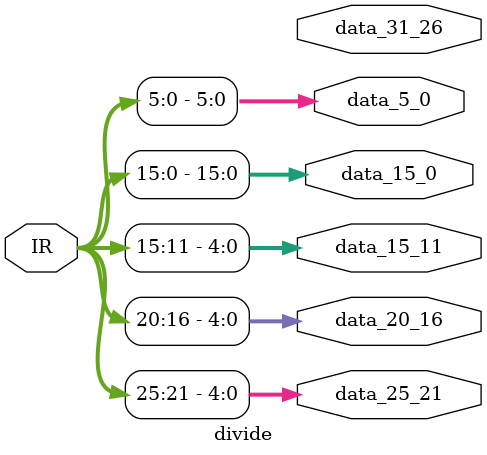
<source format=v>
module divide(IR,data_31_26,data_25_21,data_20_16,data_15_11,data_15_0,data_5_0);
input [31:0] IR;
output [31:26] data_31_26;
output [25:21] data_25_21;
output [20:16] data_20_16;
output [15:11] data_15_11;
output [15:0] data_15_0;
output [5:0] data_5_0;

assign data_25_21=IR [25:21];
assign data_20_16=IR [20:16];
assign data_15_11=IR [15:11];
assign data_15_0=IR [15:0];
assign data_5_0= IR [5:0];
endmodule
</source>
